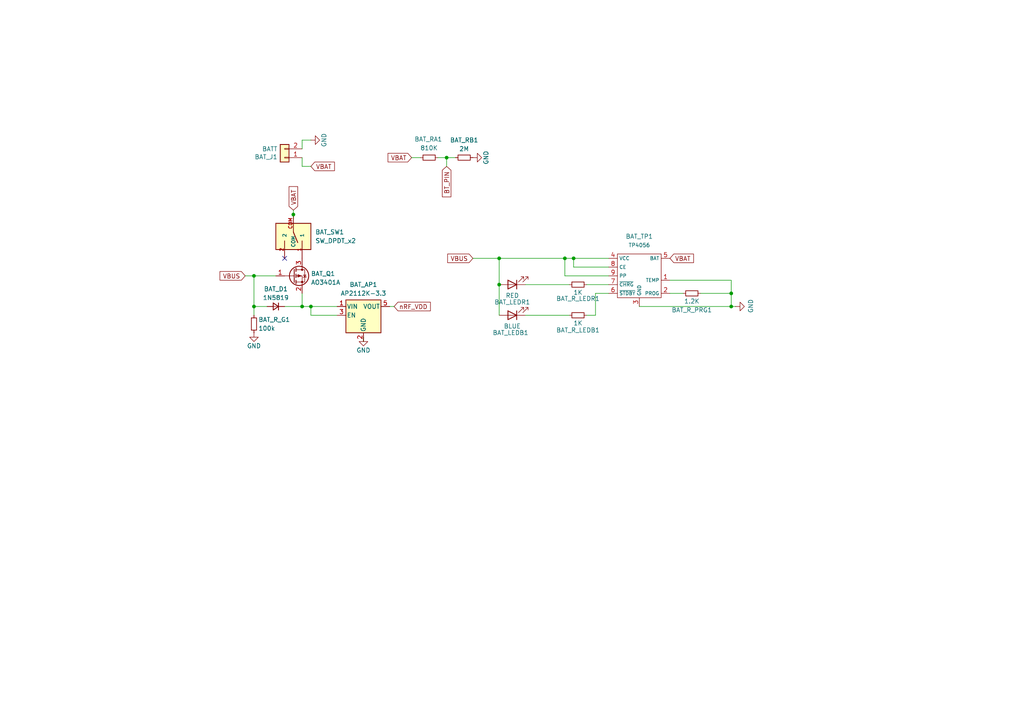
<source format=kicad_sch>
(kicad_sch (version 20250114) (generator "eeschema") (generator_version "9.0")
  (paper "A4")
  (lib_symbols
    (symbol "Connector_Generic:Conn_01x02" (pin_names (offset 1.016) (hide yes))
      (property "Reference" "J" (at 0 2.54 0))
      (property "Value" "Conn_01x02" (at 0 -5.08 0))
      (symbol "Conn_01x02_1_1"
        (rectangle (start -1.27 1.27) (end 1.27 -3.81) (stroke (width 0.254)) (fill (type background)))
        (rectangle (start -1.27 0.127) (end 0 -0.127) (stroke (width 0.1524)))
        (rectangle (start -1.27 -2.413) (end 0 -2.667) (stroke (width 0.1524)))
        (pin passive line (at -5.08 0 0) (length 3.81) (name "Pin_1") (number "1"))
        (pin passive line (at -5.08 -2.54 0) (length 3.81) (name "Pin_2") (number "2"))
      )
    )
    (symbol "Device:D_Small" (pin_numbers (hide yes)) (pin_names (offset 0.254) (hide yes))
      (property "Reference" "D" (at -1.27 2.032 0))
      (property "Value" "D_Small" (at -3.81 -2.032 0))
      (symbol "D_Small_0_1"
        (polyline (pts (xy -0.762 0) (xy 0.762 0)))
        (polyline (pts (xy -0.762 -1.016) (xy -0.762 1.016)) (stroke (width 0.254)))
        (polyline (pts (xy 0.762 -1.016) (xy -0.762 0) (xy 0.762 1.016) (xy 0.762 -1.016)) (stroke (width 0.254)))
      )
      (symbol "D_Small_1_1"
        (pin passive line (at -2.54 0 0) (length 1.778) (name "K") (number "1"))
        (pin passive line (at 2.54 0 180) (length 1.778) (name "A") (number "2"))
      )
    )
    (symbol "Device:LED" (pin_numbers (hide yes)) (pin_names (offset 1.016) (hide yes))
      (property "Reference" "D" (at 0 2.54 0))
      (property "Value" "LED" (at 0 -2.54 0))
      (symbol "LED_0_1"
        (polyline (pts (xy -3.048 -0.762) (xy -4.572 -2.286) (xy -3.81 -2.286) (xy -4.572 -2.286) (xy -4.572 -1.524)))
        (polyline (pts (xy -1.778 -0.762) (xy -3.302 -2.286) (xy -2.54 -2.286) (xy -3.302 -2.286) (xy -3.302 -1.524)))
        (polyline (pts (xy -1.27 0) (xy 1.27 0)))
        (polyline (pts (xy -1.27 -1.27) (xy -1.27 1.27)) (stroke (width 0.254)))
        (polyline (pts (xy 1.27 -1.27) (xy 1.27 1.27) (xy -1.27 0) (xy 1.27 -1.27)) (stroke (width 0.254)))
      )
      (symbol "LED_1_1"
        (pin passive line (at -3.81 0 0) (length 2.54) (name "K") (number "1"))
        (pin passive line (at 3.81 0 180) (length 2.54) (name "A") (number "2"))
      )
    )
    (symbol "Device:R_Small" (pin_numbers (hide yes)) (pin_names (offset 0.254) (hide yes))
      (property "Reference" "R" (at 0.762 0.508 0))
      (property "Value" "R_Small" (at 0.762 -1.016 0))
      (symbol "R_Small_0_1"
        (rectangle (start -0.762 1.778) (end 0.762 -1.778) (stroke (width 0.2032)))
      )
      (symbol "R_Small_1_1"
        (pin passive line (at 0 2.54 270) (length 0.762) (name "~") (number "1"))
        (pin passive line (at 0 -2.54 90) (length 0.762) (name "~") (number "2"))
      )
    )
    (symbol "ErgoCai:AP2112K-3.3" (pin_names (offset 0.254))
      (property "Reference" "U" (at -5.08 5.715 0))
      (property "Value" "AP2112K-3.3" (at 0 5.715 0))
      (symbol "AP2112K-3.3_0_1"
        (rectangle (start -5.08 4.445) (end 5.08 -5.08) (stroke (width 0.254)) (fill (type background)))
      )
      (symbol "AP2112K-3.3_1_1"
        (pin power_in line (at -7.62 2.54 0) (length 2.54) (name "VIN") (number "1"))
        (pin input line (at -7.62 0 0) (length 2.54) (name "EN") (number "3"))
        (pin power_in line (at 0 -7.62 90) (length 2.54) (name "GND") (number "2"))
        (pin no_connect line (at 5.08 0 180) (length 2.54) (hide yes) (name "NC") (number "4"))
        (pin power_out line (at 7.62 2.54 180) (length 2.54) (name "VOUT") (number "5"))
      )
    )
    (symbol "ErgoCai:SK12D07VG4" (pin_names (offset 1.016))
      (property "Reference" "U" (at 0 0 0))
      (property "Value" "SK12D07VG4" (at 0 0 0))
      (symbol "SK12D07VG4_0_0"
        (rectangle (start -5.08 -2.54) (end 5.08 5.08) (stroke (width 0.254)) (fill (type background)))
        (polyline (pts (xy 0 0) (xy -1.27 3.048)) (stroke (width 0.254)))
        (pin bidirectional line (at -2.54 7.62 270) (length 5.08) (name "1") (number "1"))
        (pin bidirectional line (at 0 -5.08 90) (length 5.08) (name "COM") (number "COM"))
        (pin bidirectional line (at 2.54 7.62 270) (length 5.08) (name "2") (number "2"))
      )
    )
    (symbol "ErgoCai:TP4056"
      (property "Reference" "U" (at 1.27 13.97 0))
      (property "Value" "TP4056" (at 8.89 13.97 0))
      (symbol "TP4056_0_1"
        (rectangle (start 0 12.7) (end 12.7 0))
      )
      (symbol "TP4056_1_1"
        (pin input line (at -2.54 11.43 0) (length 2.54) (name "VCC") (number "4"))
        (pin input line (at -2.54 8.89 0) (length 2.54) (name "CE") (number "8"))
        (pin input line (at -2.54 6.35 0) (length 2.54) (name "PP") (number "9"))
        (pin input line (at -2.54 3.81 0) (length 2.54) (name "~{CHRG}") (number "7"))
        (pin input line (at -2.54 1.27 0) (length 2.54) (name "~{STDBY}") (number "6"))
        (pin input line (at 6.35 -2.54 90) (length 2.54) (name "GND") (number "3"))
        (pin input line (at 15.24 11.43 180) (length 2.54) (name "BAT") (number "5"))
        (pin input line (at 15.24 5.08 180) (length 2.54) (name "TEMP") (number "1"))
        (pin input line (at 15.24 1.27 180) (length 2.54) (name "PROG") (number "2"))
      )
    )
    (symbol "Transistor_FET:AO3401A" (pin_names (hide yes))
      (property "Reference" "Q" (at 5.08 1.905 0))
      (property "Value" "AO3401A" (at 5.08 0 0))
      (symbol "AO3401A_0_1"
        (polyline (pts (xy 0.254 1.905) (xy 0.254 -1.905)) (stroke (width 0.254)))
        (polyline (pts (xy 0.254 0) (xy -2.54 0)))
        (polyline (pts (xy 0.762 2.286) (xy 0.762 1.27)) (stroke (width 0.254)))
        (polyline (pts (xy 0.762 1.778) (xy 3.302 1.778) (xy 3.302 -1.778) (xy 0.762 -1.778)))
        (polyline (pts (xy 0.762 0.508) (xy 0.762 -0.508)) (stroke (width 0.254)))
        (polyline (pts (xy 0.762 -1.27) (xy 0.762 -2.286)) (stroke (width 0.254)))
        (circle (center 1.651 0) (radius 2.794) (stroke (width 0.254)))
        (polyline (pts (xy 2.286 0) (xy 1.27 0.381) (xy 1.27 -0.381) (xy 2.286 0)) (fill (type outline)))
        (polyline (pts (xy 2.54 2.54) (xy 2.54 1.778)))
        (circle (center 2.54 1.778) (radius 0.254) (fill (type outline)))
        (circle (center 2.54 -1.778) (radius 0.254) (fill (type outline)))
        (polyline (pts (xy 2.54 -2.54) (xy 2.54 0) (xy 0.762 0)))
        (polyline (pts (xy 2.794 -0.508) (xy 2.921 -0.381) (xy 3.683 -0.381) (xy 3.81 -0.254)))
        (polyline (pts (xy 3.302 -0.381) (xy 2.921 0.254) (xy 3.683 0.254) (xy 3.302 -0.381)))
      )
      (symbol "AO3401A_1_1"
        (pin input line (at -5.08 0 0) (length 2.54) (name "G") (number "1"))
        (pin passive line (at 2.54 5.08 270) (length 2.54) (name "D") (number "3"))
        (pin passive line (at 2.54 -5.08 90) (length 2.54) (name "S") (number "2"))
      )
    )
    (symbol "power:GND" (power) (pin_numbers (hide yes)) (pin_names (offset 0) (hide yes))
      (property "Value" "GND" (at 0 -3.81 0))
      (symbol "GND_0_1"
        (polyline (pts (xy 0 0) (xy 0 -1.27) (xy 1.27 -1.27) (xy 0 -2.54) (xy -1.27 -1.27) (xy 0 -1.27)))
      )
      (symbol "GND_1_1"
        (pin power_in line (at 0 0 270) (length 0) (name "~") (number "1"))
      )
    )
  )
  (junction (at 129.54 45.72))
  (junction (at 73.66 80.01) (diameter 0.9144))
  (junction (at 212.09 88.9))
  (junction (at 144.78 74.93))
  (junction (at 166.37 74.93))
  (junction (at 87.63 88.9) (diameter 0.9144))
  (junction (at 90.17 88.9) (diameter 0.9144))
  (junction (at 212.09 85.09))
  (junction (at 144.78 82.55))
  (junction (at 73.66 88.9) (diameter 0.9144))
  (junction (at 163.83 74.93))
  (junction (at 85.09 62.23))
  (no_connect (at 82.55 74.93))
  (wire (pts (xy 166.37 74.93) (xy 163.83 74.93)))
  (wire (pts (xy 87.63 45.72) (xy 87.63 48.26)))
  (wire (pts (xy 144.78 82.55) (xy 144.78 91.44)))
  (wire (pts (xy 129.54 48.26) (xy 129.54 45.72)))
  (wire (pts (xy 166.37 77.47) (xy 166.37 74.93)))
  (wire (pts (xy 113.03 88.9) (xy 114.3 88.9)))
  (wire (pts (xy 152.4 91.44) (xy 165.1 91.44)))
  (wire (pts (xy 212.09 81.28) (xy 212.09 85.09)))
  (wire (pts (xy 213.36 88.9) (xy 212.09 88.9)))
  (wire (pts (xy 194.31 85.09) (xy 198.12 85.09)))
  (wire (pts (xy 85.09 62.23) (xy 85.09 60.96)))
  (wire (pts (xy 119.38 45.72) (xy 121.92 45.72)))
  (wire (pts (xy 212.09 88.9) (xy 185.42 88.9)))
  (wire (pts (xy 127 45.72) (xy 129.54 45.72)))
  (wire (pts (xy 90.17 91.44) (xy 97.79 91.44)))
  (wire (pts (xy 172.72 85.09) (xy 176.53 85.09)))
  (wire (pts (xy 73.66 88.9) (xy 77.47 88.9)))
  (wire (pts (xy 129.54 45.72) (xy 132.08 45.72)))
  (wire (pts (xy 87.63 88.9) (xy 90.17 88.9)))
  (wire (pts (xy 212.09 85.09) (xy 212.09 88.9)))
  (wire (pts (xy 194.31 81.28) (xy 212.09 81.28)))
  (wire (pts (xy 176.53 80.01) (xy 163.83 80.01)))
  (wire (pts (xy 87.63 48.26) (xy 90.17 48.26)))
  (wire (pts (xy 144.78 74.93) (xy 144.78 82.55)))
  (wire (pts (xy 87.63 43.18) (xy 87.63 40.64)))
  (wire (pts (xy 170.18 91.44) (xy 172.72 91.44)))
  (wire (pts (xy 170.18 82.55) (xy 176.53 82.55)))
  (wire (pts (xy 176.53 77.47) (xy 166.37 77.47)))
  (wire (pts (xy 82.55 88.9) (xy 87.63 88.9)))
  (wire (pts (xy 90.17 88.9) (xy 97.79 88.9)))
  (wire (pts (xy 85.09 63.5) (xy 85.09 62.23)))
  (wire (pts (xy 144.78 74.93) (xy 137.16 74.93)))
  (wire (pts (xy 163.83 80.01) (xy 163.83 74.93)))
  (wire (pts (xy 73.66 80.01) (xy 80.01 80.01)))
  (wire (pts (xy 152.4 82.55) (xy 165.1 82.55)))
  (wire (pts (xy 105.41 99.06) (xy 105.41 97.79)))
  (wire (pts (xy 71.12 80.01) (xy 73.66 80.01)))
  (wire (pts (xy 172.72 91.44) (xy 172.72 85.09)))
  (wire (pts (xy 90.17 88.9) (xy 90.17 91.44)))
  (wire (pts (xy 87.63 40.64) (xy 90.17 40.64)))
  (wire (pts (xy 144.78 74.93) (xy 163.83 74.93)))
  (wire (pts (xy 73.66 88.9) (xy 73.66 91.44)))
  (wire (pts (xy 87.63 85.09) (xy 87.63 88.9)))
  (wire (pts (xy 166.37 74.93) (xy 176.53 74.93)))
  (wire (pts (xy 203.2 85.09) (xy 212.09 85.09)))
  (wire (pts (xy 73.66 80.01) (xy 73.66 88.9)))
  (global_label "VBAT" (shape input) (at 90.17 48.26 0) (property "Intersheetrefs" "${INTERSHEET_REFS}" (effects (hide yes))))
  (global_label "VBAT" (shape input) (at 119.38 45.72 180) (property "Intersheetrefs" "${INTERSHEET_REFS}" (effects (hide yes))))
  (global_label "VBUS" (shape input) (at 137.16 74.93 180) (property "Intersheetrefs" "${INTERSHEET_REFS}" (effects (hide yes))))
  (global_label "BT_PIN" (shape input) (at 129.54 48.26 270) (property "Intersheetrefs" "${INTERSHEET_REFS}" (effects (hide yes))))
  (global_label "VBUS" (shape input) (at 71.12 80.01 180) (property "Intersheetrefs" "${INTERSHEET_REFS}" (effects (hide yes))))
  (global_label "nRF_VDD" (shape input) (at 114.3 88.9 0) (property "Intersheetrefs" "${INTERSHEET_REFS}" (effects (hide yes))))
  (global_label "VBAT" (shape input) (at 85.09 60.96 90) (property "Intersheetrefs" "${INTERSHEET_REFS}" (effects (hide yes))))
  (global_label "VBAT" (shape input) (at 194.31 74.93 0) (property "Intersheetrefs" "${INTERSHEET_REFS}" (effects (hide yes))))
  (symbol (lib_id "Device:R_Small") (at 200.66 85.09 90) (unit 1)
    (property "Reference" "BAT_R_PRG1" (at 200.66 89.916 90))
    (property "Value" "1.2K" (at 200.66 87.376 90))
    (property "Footprint" "ErgoCai.pretty:R_0603_1608Metric" (effects (hide yes)))
    (property "Description" "Resistor, small symbol" (effects (hide yes)))
  )
  (symbol (lib_id "ErgoCai:SK12D07VG4") (at 85.09 67.31 180) (unit 1)
    (property "Reference" "BAT_SW1" (at 91.44 67.3099 0) (effects (justify right)))
    (property "Value" "SW_DPDT_x2" (at 91.44 69.8499 0) (effects (justify right)))
    (property "Footprint" "ErgoCai.pretty:SK12D07VG4" (effects (hide yes)))
    (property "Description" "Switch, dual pole double throw, separate symbols" (effects (hide yes)))
    (property "MF" "C&K" (effects (hide yes)))
    (property "Description_1" "Switch Slide ON ON SPDT Side Slide 0.3A 30VDC PC Pins Bracket Mount/Through Hole Bulk" (effects (hide yes)))
    (property "Package" "None" (effects (hide yes)))
    (property "Price" "None" (effects (hide yes)))
    (property "SnapEDA_Link" "https://www.snapeda.com/parts/SK12D07VG4/C%2526K/view-part/?ref=snap" (effects (hide yes)))
    (property "MP" "SK12D07VG4" (effects (hide yes)))
    (property "Availability" "Not in stock" (effects (hide yes)))
    (property "Check_prices" "https://www.snapeda.com/parts/SK12D07VG4/C%2526K/view-part/?ref=eda" (effects (hide yes)))
  )
  (symbol (lib_id "Device:R_Small") (at 167.64 91.44 90) (unit 1)
    (property "Reference" "BAT_R_LEDB1" (at 167.64 95.758 90))
    (property "Value" "1K" (at 167.64 93.726 90))
    (property "Footprint" "ErgoCai.pretty:R_0603_1608Metric" (effects (hide yes)))
    (property "Description" "Resistor, small symbol" (effects (hide yes)))
  )
  (symbol (lib_id "power:GND") (at 213.36 88.9 90) (unit 1)
    (property "Reference" "#PWR0105" (effects (hide yes)))
    (property "Value" "GND" (at 217.7542 88.773 0))
    (property "Description" "Power symbol creates a global label with name \"GND\" , ground" (effects (hide yes)))
  )
  (symbol (lib_id "Device:LED") (at 148.59 91.44 180) (unit 1)
    (property "Reference" "BAT_LEDB1" (at 148.082 96.52 0))
    (property "Value" "BLUE" (at 148.59 94.615 0))
    (property "Footprint" "ErgoCai.pretty:LED_0603_1608Metric" (effects (hide yes)))
    (property "Description" "Light emitting diode" (effects (hide yes)))
  )
  (symbol (lib_id "Device:LED") (at 148.59 82.55 180) (unit 1)
    (property "Reference" "BAT_LEDR1" (at 148.59 87.63 0))
    (property "Value" "RED" (at 148.59 85.725 0))
    (property "Footprint" "ErgoCai.pretty:LED_0603_1608Metric" (effects (hide yes)))
    (property "Description" "Light emitting diode" (effects (hide yes)))
  )
  (symbol (lib_id "power:GND") (at 105.41 97.79 0) (unit 1)
    (property "Reference" "#PWR0104" (effects (hide yes)))
    (property "Value" "GND" (at 105.41 101.6 0))
    (property "Description" "Power symbol creates a global label with name \"GND\" , ground" (effects (hide yes)))
  )
  (symbol (lib_id "Device:R_Small") (at 73.66 93.98 0) (unit 1)
    (property "Reference" "BAT_R_G1" (at 74.93 92.7099 0) (effects (justify left)))
    (property "Value" "100k" (at 74.93 95.2499 0) (effects (justify left)))
    (property "Footprint" "ErgoCai.pretty:R_0603_1608Metric" (effects (hide yes)))
    (property "Description" "Resistor, small symbol" (effects (hide yes)))
  )
  (symbol (lib_id "Device:D_Small") (at 80.01 88.9 180) (unit 1)
    (property "Reference" "BAT_D1" (at 80.01 83.82 0))
    (property "Value" "1N5819" (at 80.01 86.36 0))
    (property "Footprint" "ErgoCai.pretty:D_SOD-123" (effects (hide yes)))
    (property "Description" "Diode, small symbol" (effects (hide yes)))
    (property "Sim.Device" "D" (effects (hide yes)))
    (property "Sim.Pins" "1=K 2=A" (effects (hide yes)))
  )
  (symbol (lib_id "Transistor_FET:AO3401A") (at 85.09 80.01 0) (unit 1)
    (property "Reference" "BAT_Q1" (at 90.17 79.3749 0) (effects (justify left)))
    (property "Value" "AO3401A" (at 90.17 81.9149 0) (effects (justify left)))
    (property "Footprint" "ErgoCai.pretty:SOT-23" (effects (hide yes)))
    (property "Datasheet" "http://www.aosmd.com/pdfs/datasheet/AO3401A.pdf" (effects (hide yes)))
    (property "Description" "-4.0A Id, -30V Vds, P-Channel MOSFET, SOT-23" (effects (hide yes)))
  )
  (symbol (lib_id "ErgoCai:AP2112K-3.3") (at 105.41 91.44 0) (unit 1)
    (property "Reference" "BAT_AP1" (at 105.41 82.55 0))
    (property "Value" "AP2112K-3.3" (at 105.41 85.09 0))
    (property "Footprint" "ErgoCai.pretty:SOT-23-5" (effects (hide yes)))
    (property "Datasheet" "https://www.diodes.com/assets/Datasheets/AP2112.pdf" (effects (hide yes)))
    (property "Description" "600mA low dropout linear regulator, with enable pin, 3.8V-6V input voltage range, 3.3V fixed positive output, SOT-23-5" (effects (hide yes)))
  )
  (symbol (lib_id "power:GND") (at 137.16 45.72 90) (unit 1)
    (property "Reference" "#PWR0101" (effects (hide yes)))
    (property "Value" "GND" (at 140.97 45.72 0))
    (property "Description" "Power symbol creates a global label with name \"GND\" , ground" (effects (hide yes)))
  )
  (symbol (lib_id "Device:R_Small") (at 124.46 45.72 90) (unit 1)
    (property "Reference" "BAT_RA1" (at 128.27 40.386 90) (effects (justify left)))
    (property "Value" "810K" (at 127 42.926 90) (effects (justify left)))
    (property "Footprint" "ErgoCai.pretty:R_0603_1608Metric" (effects (hide yes)))
    (property "Description" "Resistor, small symbol" (effects (hide yes)))
  )
  (symbol (lib_id "Connector_Generic:Conn_01x02") (at 82.55 45.72 180) (unit 1)
    (property "Reference" "BAT_J1" (at 80.518 45.5168 0) (effects (justify left)))
    (property "Value" "BATT" (at 80.518 43.2054 0) (effects (justify left)))
    (property "Footprint" "ErgoCai.pretty:Battery_Holder_18650_Nickel" (effects (hide yes)))
    (property "Description" "Generic connector, single row, 01x02, script generated (kicad-library-utils/schlib/autogen/connector/)" (effects (hide yes)))
  )
  (symbol (lib_id "power:GND") (at 73.66 96.52 0) (unit 1)
    (property "Reference" "#PWR0103" (effects (hide yes)))
    (property "Value" "GND" (at 73.66 100.33 0))
    (property "Description" "Power symbol creates a global label with name \"GND\" , ground" (effects (hide yes)))
  )
  (symbol (lib_id "Device:R_Small") (at 134.62 45.72 90) (unit 1)
    (property "Reference" "BAT_RB1" (at 134.62 40.64 90))
    (property "Value" "2M" (at 134.62 43.18 90))
    (property "Footprint" "ErgoCai.pretty:R_0603_1608Metric" (effects (hide yes)))
    (property "Description" "Resistor, small symbol" (effects (hide yes)))
  )
  (symbol (lib_id "ErgoCai:TP4056") (at 179.07 86.36 0) (unit 1)
    (property "Reference" "BAT_TP1" (at 185.42 68.58 0))
    (property "Value" "TP4056" (at 185.42 71.12 0) (effects (font (size 1.1 1.1))))
    (property "Footprint" "ErgoCai.pretty:SOIC-8-1EP_3.9x4.9mm_P1.27mm_EP2.29x3mm" (effects (hide yes)))
    (property "Description" "TP4056" (effects (hide yes)))
  )
  (symbol (lib_id "power:GND") (at 90.17 40.64 90) (unit 1)
    (property "Reference" "#PWR0102" (effects (hide yes)))
    (property "Value" "GND" (at 93.98 40.64 0))
    (property "Description" "Power symbol creates a global label with name \"GND\" , ground" (effects (hide yes)))
  )
  (symbol (lib_id "Device:R_Small") (at 167.64 82.55 90) (unit 1)
    (property "Reference" "BAT_R_LEDR1" (at 167.64 86.614 90))
    (property "Value" "1K" (at 167.64 84.836 90))
    (property "Footprint" "ErgoCai.pretty:R_0603_1608Metric" (effects (hide yes)))
    (property "Description" "Resistor, small symbol" (effects (hide yes)))
  )
)
</source>
